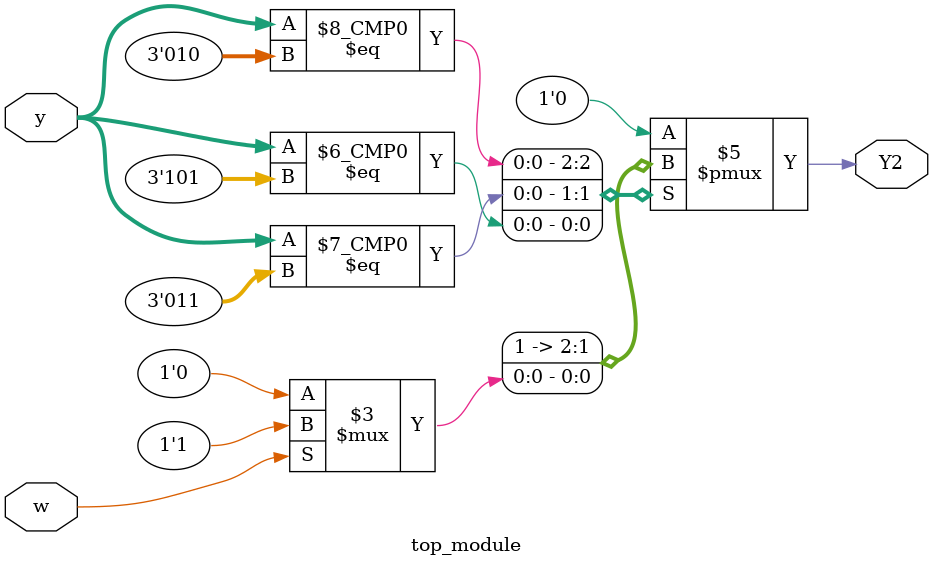
<source format=sv>
module top_module(
    input [3:1] y,
    input w,
    output reg Y2);

    // Define the states
    parameter A = 3'b000;
    parameter B = 3'b001;
    parameter C = 3'b010;
    parameter D = 3'b011;
    parameter E = 3'b100;
    parameter F = 3'b101;

    always @(*) begin
        case (y)
            A: Y2 = 1'b0;
            B: Y2 = 1'b0;
            C: Y2 = 1'b1;
            D: Y2 = 1'b1;
            E: Y2 = 1'b0;
            F: Y2 = (w == 1'b0) ? 1'b0 : 1'b1;
            default: Y2 = 1'b0; // default case should never be hit
        endcase
    end

endmodule

</source>
